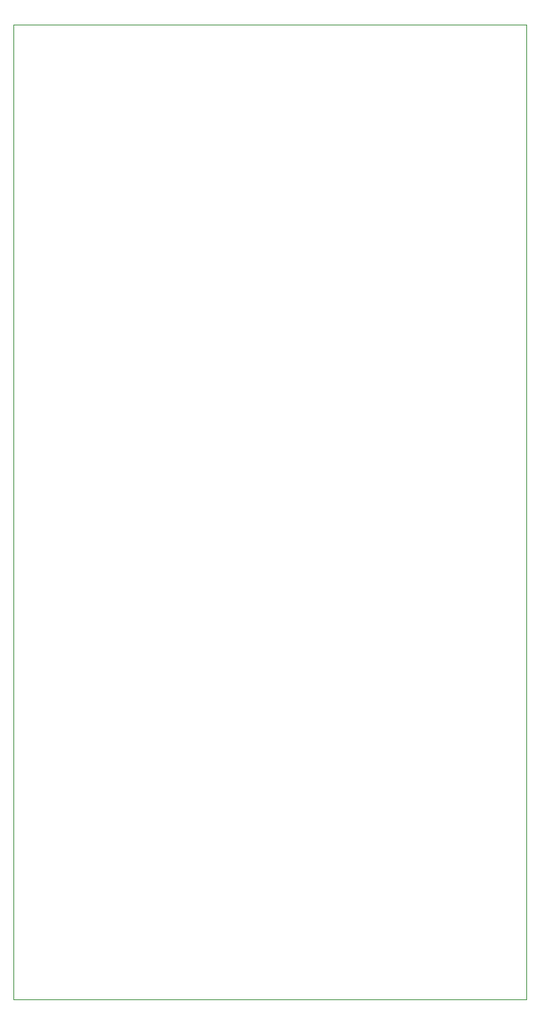
<source format=gbr>
%TF.GenerationSoftware,KiCad,Pcbnew,(6.0.2-0)*%
%TF.CreationDate,2022-03-24T13:34:33-04:00*%
%TF.ProjectId,dots-test,646f7473-2d74-4657-9374-2e6b69636164,rev?*%
%TF.SameCoordinates,Original*%
%TF.FileFunction,Profile,NP*%
%FSLAX46Y46*%
G04 Gerber Fmt 4.6, Leading zero omitted, Abs format (unit mm)*
G04 Created by KiCad (PCBNEW (6.0.2-0)) date 2022-03-24 13:34:33*
%MOMM*%
%LPD*%
G01*
G04 APERTURE LIST*
%TA.AperFunction,Profile*%
%ADD10C,0.050000*%
%TD*%
G04 APERTURE END LIST*
D10*
X127000000Y-38227000D02*
X127000000Y-148827000D01*
X185260000Y-38227000D02*
X127000000Y-38227000D01*
X185260000Y-148827000D02*
X185260000Y-38227000D01*
X127000000Y-148827000D02*
X185260000Y-148827000D01*
M02*

</source>
